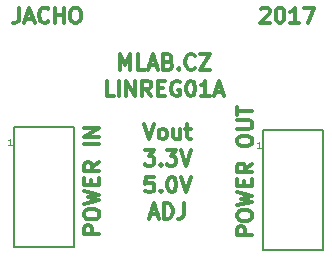
<source format=gbr>
G04 #@! TF.GenerationSoftware,KiCad,Pcbnew,(2017-02-05 revision 431abcf)-makepkg*
G04 #@! TF.CreationDate,2017-03-02T10:01:43+01:00*
G04 #@! TF.ProjectId,LINREG01A,4C494E5245473031412E6B696361645F,rev?*
G04 #@! TF.FileFunction,Legend,Top*
G04 #@! TF.FilePolarity,Positive*
%FSLAX46Y46*%
G04 Gerber Fmt 4.6, Leading zero omitted, Abs format (unit mm)*
G04 Created by KiCad (PCBNEW (2017-02-05 revision 431abcf)-makepkg) date 03/02/17 10:01:43*
%MOMM*%
%LPD*%
G01*
G04 APERTURE LIST*
%ADD10C,0.500000*%
%ADD11C,0.300000*%
%ADD12C,0.150000*%
%ADD13C,0.050000*%
G04 APERTURE END LIST*
D10*
D11*
X22432095Y11155238D02*
X21132095Y11155238D01*
X21132095Y11650476D01*
X21194000Y11774285D01*
X21255904Y11836190D01*
X21379714Y11898095D01*
X21565428Y11898095D01*
X21689238Y11836190D01*
X21751142Y11774285D01*
X21813047Y11650476D01*
X21813047Y11155238D01*
X21132095Y12702857D02*
X21132095Y12950476D01*
X21194000Y13074285D01*
X21317809Y13198095D01*
X21565428Y13260000D01*
X21998761Y13260000D01*
X22246380Y13198095D01*
X22370190Y13074285D01*
X22432095Y12950476D01*
X22432095Y12702857D01*
X22370190Y12579047D01*
X22246380Y12455238D01*
X21998761Y12393333D01*
X21565428Y12393333D01*
X21317809Y12455238D01*
X21194000Y12579047D01*
X21132095Y12702857D01*
X21132095Y13693333D02*
X22432095Y14002857D01*
X21503523Y14250476D01*
X22432095Y14498095D01*
X21132095Y14807619D01*
X21751142Y15302857D02*
X21751142Y15736190D01*
X22432095Y15921904D02*
X22432095Y15302857D01*
X21132095Y15302857D01*
X21132095Y15921904D01*
X22432095Y17221904D02*
X21813047Y16788571D01*
X22432095Y16479047D02*
X21132095Y16479047D01*
X21132095Y16974285D01*
X21194000Y17098095D01*
X21255904Y17160000D01*
X21379714Y17221904D01*
X21565428Y17221904D01*
X21689238Y17160000D01*
X21751142Y17098095D01*
X21813047Y16974285D01*
X21813047Y16479047D01*
X21132095Y19017142D02*
X21132095Y19264761D01*
X21194000Y19388571D01*
X21317809Y19512380D01*
X21565428Y19574285D01*
X21998761Y19574285D01*
X22246380Y19512380D01*
X22370190Y19388571D01*
X22432095Y19264761D01*
X22432095Y19017142D01*
X22370190Y18893333D01*
X22246380Y18769523D01*
X21998761Y18707619D01*
X21565428Y18707619D01*
X21317809Y18769523D01*
X21194000Y18893333D01*
X21132095Y19017142D01*
X21132095Y20131428D02*
X22184476Y20131428D01*
X22308285Y20193333D01*
X22370190Y20255238D01*
X22432095Y20379047D01*
X22432095Y20626666D01*
X22370190Y20750476D01*
X22308285Y20812380D01*
X22184476Y20874285D01*
X21132095Y20874285D01*
X21132095Y21307619D02*
X21132095Y22050476D01*
X22432095Y21679047D02*
X21132095Y21679047D01*
X11240761Y25174904D02*
X11240761Y26474904D01*
X11674095Y25546333D01*
X12107428Y26474904D01*
X12107428Y25174904D01*
X13345523Y25174904D02*
X12726476Y25174904D01*
X12726476Y26474904D01*
X13716952Y25546333D02*
X14336000Y25546333D01*
X13593142Y25174904D02*
X14026476Y26474904D01*
X14459809Y25174904D01*
X15326476Y25855857D02*
X15512190Y25793952D01*
X15574095Y25732047D01*
X15636000Y25608238D01*
X15636000Y25422523D01*
X15574095Y25298714D01*
X15512190Y25236809D01*
X15388380Y25174904D01*
X14893142Y25174904D01*
X14893142Y26474904D01*
X15326476Y26474904D01*
X15450285Y26413000D01*
X15512190Y26351095D01*
X15574095Y26227285D01*
X15574095Y26103476D01*
X15512190Y25979666D01*
X15450285Y25917761D01*
X15326476Y25855857D01*
X14893142Y25855857D01*
X16193142Y25298714D02*
X16255047Y25236809D01*
X16193142Y25174904D01*
X16131238Y25236809D01*
X16193142Y25298714D01*
X16193142Y25174904D01*
X17555047Y25298714D02*
X17493142Y25236809D01*
X17307428Y25174904D01*
X17183619Y25174904D01*
X16997904Y25236809D01*
X16874095Y25360619D01*
X16812190Y25484428D01*
X16750285Y25732047D01*
X16750285Y25917761D01*
X16812190Y26165380D01*
X16874095Y26289190D01*
X16997904Y26413000D01*
X17183619Y26474904D01*
X17307428Y26474904D01*
X17493142Y26413000D01*
X17555047Y26351095D01*
X17988380Y26474904D02*
X18855047Y26474904D01*
X17988380Y25174904D01*
X18855047Y25174904D01*
X10714571Y22924904D02*
X10095523Y22924904D01*
X10095523Y24224904D01*
X11147904Y22924904D02*
X11147904Y24224904D01*
X11766952Y22924904D02*
X11766952Y24224904D01*
X12509809Y22924904D01*
X12509809Y24224904D01*
X13871714Y22924904D02*
X13438380Y23543952D01*
X13128857Y22924904D02*
X13128857Y24224904D01*
X13624095Y24224904D01*
X13747904Y24163000D01*
X13809809Y24101095D01*
X13871714Y23977285D01*
X13871714Y23791571D01*
X13809809Y23667761D01*
X13747904Y23605857D01*
X13624095Y23543952D01*
X13128857Y23543952D01*
X14428857Y23605857D02*
X14862190Y23605857D01*
X15047904Y22924904D02*
X14428857Y22924904D01*
X14428857Y24224904D01*
X15047904Y24224904D01*
X16286000Y24163000D02*
X16162190Y24224904D01*
X15976476Y24224904D01*
X15790761Y24163000D01*
X15666952Y24039190D01*
X15605047Y23915380D01*
X15543142Y23667761D01*
X15543142Y23482047D01*
X15605047Y23234428D01*
X15666952Y23110619D01*
X15790761Y22986809D01*
X15976476Y22924904D01*
X16100285Y22924904D01*
X16286000Y22986809D01*
X16347904Y23048714D01*
X16347904Y23482047D01*
X16100285Y23482047D01*
X17152666Y24224904D02*
X17276476Y24224904D01*
X17400285Y24163000D01*
X17462190Y24101095D01*
X17524095Y23977285D01*
X17586000Y23729666D01*
X17586000Y23420142D01*
X17524095Y23172523D01*
X17462190Y23048714D01*
X17400285Y22986809D01*
X17276476Y22924904D01*
X17152666Y22924904D01*
X17028857Y22986809D01*
X16966952Y23048714D01*
X16905047Y23172523D01*
X16843142Y23420142D01*
X16843142Y23729666D01*
X16905047Y23977285D01*
X16966952Y24101095D01*
X17028857Y24163000D01*
X17152666Y24224904D01*
X18824095Y22924904D02*
X18081238Y22924904D01*
X18452666Y22924904D02*
X18452666Y24224904D01*
X18328857Y24039190D01*
X18205047Y23915380D01*
X18081238Y23853476D01*
X19319333Y23296333D02*
X19938380Y23296333D01*
X19195523Y22924904D02*
X19628857Y24224904D01*
X20062190Y22924904D01*
X23171428Y30306095D02*
X23233333Y30368000D01*
X23357142Y30429904D01*
X23666666Y30429904D01*
X23790476Y30368000D01*
X23852380Y30306095D01*
X23914285Y30182285D01*
X23914285Y30058476D01*
X23852380Y29872761D01*
X23109523Y29129904D01*
X23914285Y29129904D01*
X24719047Y30429904D02*
X24842857Y30429904D01*
X24966666Y30368000D01*
X25028571Y30306095D01*
X25090476Y30182285D01*
X25152380Y29934666D01*
X25152380Y29625142D01*
X25090476Y29377523D01*
X25028571Y29253714D01*
X24966666Y29191809D01*
X24842857Y29129904D01*
X24719047Y29129904D01*
X24595238Y29191809D01*
X24533333Y29253714D01*
X24471428Y29377523D01*
X24409523Y29625142D01*
X24409523Y29934666D01*
X24471428Y30182285D01*
X24533333Y30306095D01*
X24595238Y30368000D01*
X24719047Y30429904D01*
X26390476Y29129904D02*
X25647619Y29129904D01*
X26019047Y29129904D02*
X26019047Y30429904D01*
X25895238Y30244190D01*
X25771428Y30120380D01*
X25647619Y30058476D01*
X26823809Y30429904D02*
X27690476Y30429904D01*
X27133333Y29129904D01*
X2696666Y30429904D02*
X2696666Y29501333D01*
X2634761Y29315619D01*
X2510952Y29191809D01*
X2325238Y29129904D01*
X2201428Y29129904D01*
X3253809Y29501333D02*
X3872857Y29501333D01*
X3130000Y29129904D02*
X3563333Y30429904D01*
X3996666Y29129904D01*
X5172857Y29253714D02*
X5110952Y29191809D01*
X4925238Y29129904D01*
X4801428Y29129904D01*
X4615714Y29191809D01*
X4491904Y29315619D01*
X4430000Y29439428D01*
X4368095Y29687047D01*
X4368095Y29872761D01*
X4430000Y30120380D01*
X4491904Y30244190D01*
X4615714Y30368000D01*
X4801428Y30429904D01*
X4925238Y30429904D01*
X5110952Y30368000D01*
X5172857Y30306095D01*
X5730000Y29129904D02*
X5730000Y30429904D01*
X5730000Y29810857D02*
X6472857Y29810857D01*
X6472857Y29129904D02*
X6472857Y30429904D01*
X7339523Y30429904D02*
X7587142Y30429904D01*
X7710952Y30368000D01*
X7834761Y30244190D01*
X7896666Y29996571D01*
X7896666Y29563238D01*
X7834761Y29315619D01*
X7710952Y29191809D01*
X7587142Y29129904D01*
X7339523Y29129904D01*
X7215714Y29191809D01*
X7091904Y29315619D01*
X7030000Y29563238D01*
X7030000Y29996571D01*
X7091904Y30244190D01*
X7215714Y30368000D01*
X7339523Y30429904D01*
X13259047Y20596904D02*
X13692380Y19296904D01*
X14125714Y20596904D01*
X14744761Y19296904D02*
X14620952Y19358809D01*
X14559047Y19420714D01*
X14497142Y19544523D01*
X14497142Y19915952D01*
X14559047Y20039761D01*
X14620952Y20101666D01*
X14744761Y20163571D01*
X14930476Y20163571D01*
X15054285Y20101666D01*
X15116190Y20039761D01*
X15178095Y19915952D01*
X15178095Y19544523D01*
X15116190Y19420714D01*
X15054285Y19358809D01*
X14930476Y19296904D01*
X14744761Y19296904D01*
X16292380Y20163571D02*
X16292380Y19296904D01*
X15735238Y20163571D02*
X15735238Y19482619D01*
X15797142Y19358809D01*
X15920952Y19296904D01*
X16106666Y19296904D01*
X16230476Y19358809D01*
X16292380Y19420714D01*
X16725714Y20163571D02*
X17220952Y20163571D01*
X16911428Y20596904D02*
X16911428Y19482619D01*
X16973333Y19358809D01*
X17097142Y19296904D01*
X17220952Y19296904D01*
X13320952Y18346904D02*
X14125714Y18346904D01*
X13692380Y17851666D01*
X13878095Y17851666D01*
X14001904Y17789761D01*
X14063809Y17727857D01*
X14125714Y17604047D01*
X14125714Y17294523D01*
X14063809Y17170714D01*
X14001904Y17108809D01*
X13878095Y17046904D01*
X13506666Y17046904D01*
X13382857Y17108809D01*
X13320952Y17170714D01*
X14682857Y17170714D02*
X14744761Y17108809D01*
X14682857Y17046904D01*
X14620952Y17108809D01*
X14682857Y17170714D01*
X14682857Y17046904D01*
X15178095Y18346904D02*
X15982857Y18346904D01*
X15549523Y17851666D01*
X15735238Y17851666D01*
X15859047Y17789761D01*
X15920952Y17727857D01*
X15982857Y17604047D01*
X15982857Y17294523D01*
X15920952Y17170714D01*
X15859047Y17108809D01*
X15735238Y17046904D01*
X15363809Y17046904D01*
X15240000Y17108809D01*
X15178095Y17170714D01*
X16354285Y18346904D02*
X16787619Y17046904D01*
X17220952Y18346904D01*
X14063809Y16096904D02*
X13444761Y16096904D01*
X13382857Y15477857D01*
X13444761Y15539761D01*
X13568571Y15601666D01*
X13878095Y15601666D01*
X14001904Y15539761D01*
X14063809Y15477857D01*
X14125714Y15354047D01*
X14125714Y15044523D01*
X14063809Y14920714D01*
X14001904Y14858809D01*
X13878095Y14796904D01*
X13568571Y14796904D01*
X13444761Y14858809D01*
X13382857Y14920714D01*
X14682857Y14920714D02*
X14744761Y14858809D01*
X14682857Y14796904D01*
X14620952Y14858809D01*
X14682857Y14920714D01*
X14682857Y14796904D01*
X15549523Y16096904D02*
X15673333Y16096904D01*
X15797142Y16035000D01*
X15859047Y15973095D01*
X15920952Y15849285D01*
X15982857Y15601666D01*
X15982857Y15292142D01*
X15920952Y15044523D01*
X15859047Y14920714D01*
X15797142Y14858809D01*
X15673333Y14796904D01*
X15549523Y14796904D01*
X15425714Y14858809D01*
X15363809Y14920714D01*
X15301904Y15044523D01*
X15240000Y15292142D01*
X15240000Y15601666D01*
X15301904Y15849285D01*
X15363809Y15973095D01*
X15425714Y16035000D01*
X15549523Y16096904D01*
X16354285Y16096904D02*
X16787619Y14796904D01*
X17220952Y16096904D01*
X13785238Y12918333D02*
X14404285Y12918333D01*
X13661428Y12546904D02*
X14094761Y13846904D01*
X14528095Y12546904D01*
X14961428Y12546904D02*
X14961428Y13846904D01*
X15270952Y13846904D01*
X15456666Y13785000D01*
X15580476Y13661190D01*
X15642380Y13537380D01*
X15704285Y13289761D01*
X15704285Y13104047D01*
X15642380Y12856428D01*
X15580476Y12732619D01*
X15456666Y12608809D01*
X15270952Y12546904D01*
X14961428Y12546904D01*
X16632857Y13846904D02*
X16632857Y12918333D01*
X16570952Y12732619D01*
X16447142Y12608809D01*
X16261428Y12546904D01*
X16137619Y12546904D01*
X9478095Y11259904D02*
X8178095Y11259904D01*
X8178095Y11755142D01*
X8240000Y11878952D01*
X8301904Y11940857D01*
X8425714Y12002761D01*
X8611428Y12002761D01*
X8735238Y11940857D01*
X8797142Y11878952D01*
X8859047Y11755142D01*
X8859047Y11259904D01*
X8178095Y12807523D02*
X8178095Y13055142D01*
X8240000Y13178952D01*
X8363809Y13302761D01*
X8611428Y13364666D01*
X9044761Y13364666D01*
X9292380Y13302761D01*
X9416190Y13178952D01*
X9478095Y13055142D01*
X9478095Y12807523D01*
X9416190Y12683714D01*
X9292380Y12559904D01*
X9044761Y12498000D01*
X8611428Y12498000D01*
X8363809Y12559904D01*
X8240000Y12683714D01*
X8178095Y12807523D01*
X8178095Y13798000D02*
X9478095Y14107523D01*
X8549523Y14355142D01*
X9478095Y14602761D01*
X8178095Y14912285D01*
X8797142Y15407523D02*
X8797142Y15840857D01*
X9478095Y16026571D02*
X9478095Y15407523D01*
X8178095Y15407523D01*
X8178095Y16026571D01*
X9478095Y17326571D02*
X8859047Y16893238D01*
X9478095Y16583714D02*
X8178095Y16583714D01*
X8178095Y17078952D01*
X8240000Y17202761D01*
X8301904Y17264666D01*
X8425714Y17326571D01*
X8611428Y17326571D01*
X8735238Y17264666D01*
X8797142Y17202761D01*
X8859047Y17078952D01*
X8859047Y16583714D01*
X9478095Y18874190D02*
X8178095Y18874190D01*
X9478095Y19493238D02*
X8178095Y19493238D01*
X9478095Y20236095D01*
X8178095Y20236095D01*
D12*
X2286000Y20320000D02*
X7366000Y20320000D01*
X7366000Y20320000D02*
X7366000Y10160000D01*
X7366000Y10160000D02*
X2286000Y10160000D01*
X2286000Y10160000D02*
X2286000Y20320000D01*
X23368000Y9906000D02*
X23368000Y20066000D01*
X28448000Y9906000D02*
X23368000Y9906000D01*
X28448000Y20066000D02*
X28448000Y9906000D01*
X23368000Y20066000D02*
X28448000Y20066000D01*
D13*
X2047857Y18823809D02*
X1762142Y18823809D01*
X1905000Y18823809D02*
X1905000Y19323809D01*
X1857380Y19252380D01*
X1809761Y19204761D01*
X1762142Y19180952D01*
X23129857Y18569809D02*
X22844142Y18569809D01*
X22987000Y18569809D02*
X22987000Y19069809D01*
X22939380Y18998380D01*
X22891761Y18950761D01*
X22844142Y18926952D01*
M02*

</source>
